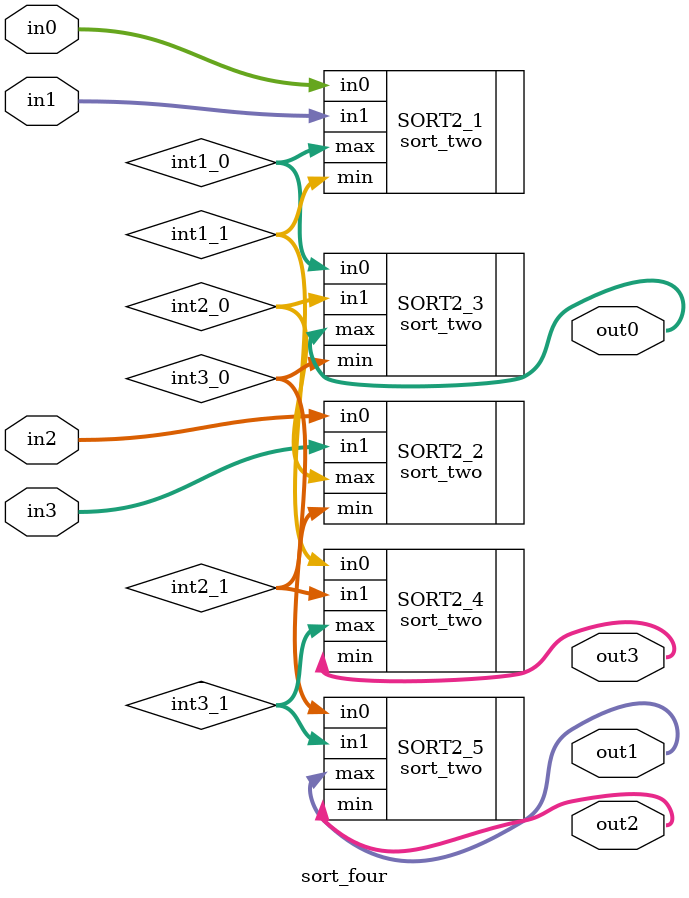
<source format=v>
`timescale 1ns / 1ps

// Module Declaration
module sort_four(
    input [11:0] in0,
    input [11:0] in1,
    input [11:0] in2,
    input [11:0] in3,
    output [11:0] out0,
    output [11:0] out1,
    output [11:0] out2,
    output [11:0] out3
    );

// Signal Declaration
wire [11:0] int1_0;
wire [11:0] int1_1;
wire [11:0] int2_0;
wire [11:0] int2_1;
wire [11:0] int3_0;
wire [11:0] int3_1;

// Component Instantiation
sort_two SORT2_1(
    .in0 (in0),
    .in1 (in1),
    .max (int1_0),
    .min (int1_1)
);

sort_two SORT2_2(
    .in0 (in2),
    .in1 (in3),
    .max (int2_0),
    .min (int2_1)
);

sort_two SORT2_3(
    .in0 (int1_0),
    .in1 (int2_0),
    .max (out0),
    .min (int3_0)
);

sort_two SORT2_4(
    .in0 (int1_1),
    .in1 (int2_1),
    .max (int3_1),
    .min (out3)
);

sort_two SORT2_5(
    .in0 (int3_0),
    .in1 (int3_1),
    .max (out1),
    .min (out2)
);

endmodule

</source>
